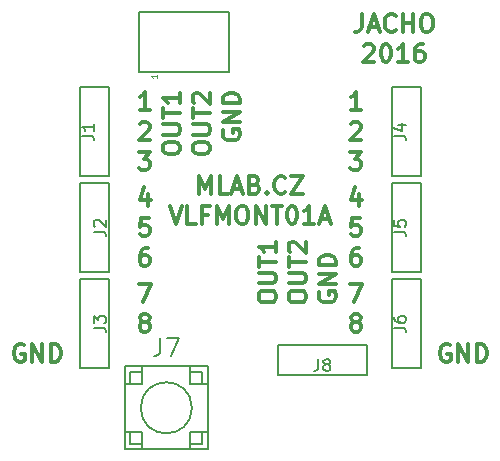
<source format=gbr>
G04 #@! TF.FileFunction,Legend,Top*
%FSLAX46Y46*%
G04 Gerber Fmt 4.6, Leading zero omitted, Abs format (unit mm)*
G04 Created by KiCad (PCBNEW 4.0.3-stable) date 09/22/16 08:09:05*
%MOMM*%
%LPD*%
G01*
G04 APERTURE LIST*
%ADD10C,0.500000*%
%ADD11C,0.300000*%
%ADD12C,0.150000*%
%ADD13C,0.050000*%
G04 APERTURE END LIST*
D10*
D11*
X35020572Y36238571D02*
X35092001Y36310000D01*
X35234858Y36381429D01*
X35592001Y36381429D01*
X35734858Y36310000D01*
X35806287Y36238571D01*
X35877715Y36095714D01*
X35877715Y35952857D01*
X35806287Y35738571D01*
X34949144Y34881429D01*
X35877715Y34881429D01*
X36806286Y36381429D02*
X36949143Y36381429D01*
X37092000Y36310000D01*
X37163429Y36238571D01*
X37234858Y36095714D01*
X37306286Y35810000D01*
X37306286Y35452857D01*
X37234858Y35167143D01*
X37163429Y35024286D01*
X37092000Y34952857D01*
X36949143Y34881429D01*
X36806286Y34881429D01*
X36663429Y34952857D01*
X36592000Y35024286D01*
X36520572Y35167143D01*
X36449143Y35452857D01*
X36449143Y35810000D01*
X36520572Y36095714D01*
X36592000Y36238571D01*
X36663429Y36310000D01*
X36806286Y36381429D01*
X38734857Y34881429D02*
X37877714Y34881429D01*
X38306286Y34881429D02*
X38306286Y36381429D01*
X38163429Y36167143D01*
X38020571Y36024286D01*
X37877714Y35952857D01*
X40020571Y36381429D02*
X39734857Y36381429D01*
X39592000Y36310000D01*
X39520571Y36238571D01*
X39377714Y36024286D01*
X39306285Y35738571D01*
X39306285Y35167143D01*
X39377714Y35024286D01*
X39449142Y34952857D01*
X39592000Y34881429D01*
X39877714Y34881429D01*
X40020571Y34952857D01*
X40092000Y35024286D01*
X40163428Y35167143D01*
X40163428Y35524286D01*
X40092000Y35667143D01*
X40020571Y35738571D01*
X39877714Y35810000D01*
X39592000Y35810000D01*
X39449142Y35738571D01*
X39377714Y35667143D01*
X39306285Y35524286D01*
X34842000Y38921429D02*
X34842000Y37850000D01*
X34770572Y37635714D01*
X34627715Y37492857D01*
X34413429Y37421429D01*
X34270572Y37421429D01*
X35484857Y37850000D02*
X36199143Y37850000D01*
X35342000Y37421429D02*
X35842000Y38921429D01*
X36342000Y37421429D01*
X37699143Y37564286D02*
X37627714Y37492857D01*
X37413428Y37421429D01*
X37270571Y37421429D01*
X37056286Y37492857D01*
X36913428Y37635714D01*
X36842000Y37778571D01*
X36770571Y38064286D01*
X36770571Y38278571D01*
X36842000Y38564286D01*
X36913428Y38707143D01*
X37056286Y38850000D01*
X37270571Y38921429D01*
X37413428Y38921429D01*
X37627714Y38850000D01*
X37699143Y38778571D01*
X38342000Y37421429D02*
X38342000Y38921429D01*
X38342000Y38207143D02*
X39199143Y38207143D01*
X39199143Y37421429D02*
X39199143Y38921429D01*
X40199143Y38921429D02*
X40484857Y38921429D01*
X40627715Y38850000D01*
X40770572Y38707143D01*
X40842000Y38421429D01*
X40842000Y37921429D01*
X40770572Y37635714D01*
X40627715Y37492857D01*
X40484857Y37421429D01*
X40199143Y37421429D01*
X40056286Y37492857D01*
X39913429Y37635714D01*
X39842000Y37921429D01*
X39842000Y38421429D01*
X39913429Y38707143D01*
X40056286Y38850000D01*
X40199143Y38921429D01*
X18578572Y22665429D02*
X19078572Y21165429D01*
X19578572Y22665429D01*
X20792858Y21165429D02*
X20078572Y21165429D01*
X20078572Y22665429D01*
X21792858Y21951143D02*
X21292858Y21951143D01*
X21292858Y21165429D02*
X21292858Y22665429D01*
X22007144Y22665429D01*
X22578572Y21165429D02*
X22578572Y22665429D01*
X23078572Y21594000D01*
X23578572Y22665429D01*
X23578572Y21165429D01*
X24578572Y22665429D02*
X24864286Y22665429D01*
X25007144Y22594000D01*
X25150001Y22451143D01*
X25221429Y22165429D01*
X25221429Y21665429D01*
X25150001Y21379714D01*
X25007144Y21236857D01*
X24864286Y21165429D01*
X24578572Y21165429D01*
X24435715Y21236857D01*
X24292858Y21379714D01*
X24221429Y21665429D01*
X24221429Y22165429D01*
X24292858Y22451143D01*
X24435715Y22594000D01*
X24578572Y22665429D01*
X25864287Y21165429D02*
X25864287Y22665429D01*
X26721430Y21165429D01*
X26721430Y22665429D01*
X27221430Y22665429D02*
X28078573Y22665429D01*
X27650002Y21165429D02*
X27650002Y22665429D01*
X28864287Y22665429D02*
X29007144Y22665429D01*
X29150001Y22594000D01*
X29221430Y22522571D01*
X29292859Y22379714D01*
X29364287Y22094000D01*
X29364287Y21736857D01*
X29292859Y21451143D01*
X29221430Y21308286D01*
X29150001Y21236857D01*
X29007144Y21165429D01*
X28864287Y21165429D01*
X28721430Y21236857D01*
X28650001Y21308286D01*
X28578573Y21451143D01*
X28507144Y21736857D01*
X28507144Y22094000D01*
X28578573Y22379714D01*
X28650001Y22522571D01*
X28721430Y22594000D01*
X28864287Y22665429D01*
X30792858Y21165429D02*
X29935715Y21165429D01*
X30364287Y21165429D02*
X30364287Y22665429D01*
X30221430Y22451143D01*
X30078572Y22308286D01*
X29935715Y22236857D01*
X31364286Y21594000D02*
X32078572Y21594000D01*
X31221429Y21165429D02*
X31721429Y22665429D01*
X32221429Y21165429D01*
X21078572Y23705429D02*
X21078572Y25205429D01*
X21578572Y24134000D01*
X22078572Y25205429D01*
X22078572Y23705429D01*
X23507144Y23705429D02*
X22792858Y23705429D01*
X22792858Y25205429D01*
X23935715Y24134000D02*
X24650001Y24134000D01*
X23792858Y23705429D02*
X24292858Y25205429D01*
X24792858Y23705429D01*
X25792858Y24491143D02*
X26007144Y24419714D01*
X26078572Y24348286D01*
X26150001Y24205429D01*
X26150001Y23991143D01*
X26078572Y23848286D01*
X26007144Y23776857D01*
X25864286Y23705429D01*
X25292858Y23705429D01*
X25292858Y25205429D01*
X25792858Y25205429D01*
X25935715Y25134000D01*
X26007144Y25062571D01*
X26078572Y24919714D01*
X26078572Y24776857D01*
X26007144Y24634000D01*
X25935715Y24562571D01*
X25792858Y24491143D01*
X25292858Y24491143D01*
X26792858Y23848286D02*
X26864286Y23776857D01*
X26792858Y23705429D01*
X26721429Y23776857D01*
X26792858Y23848286D01*
X26792858Y23705429D01*
X28364287Y23848286D02*
X28292858Y23776857D01*
X28078572Y23705429D01*
X27935715Y23705429D01*
X27721430Y23776857D01*
X27578572Y23919714D01*
X27507144Y24062571D01*
X27435715Y24348286D01*
X27435715Y24562571D01*
X27507144Y24848286D01*
X27578572Y24991143D01*
X27721430Y25134000D01*
X27935715Y25205429D01*
X28078572Y25205429D01*
X28292858Y25134000D01*
X28364287Y25062571D01*
X28864287Y25205429D02*
X29864287Y25205429D01*
X28864287Y23705429D01*
X29864287Y23705429D01*
X23126000Y29083428D02*
X23054571Y28940571D01*
X23054571Y28726285D01*
X23126000Y28512000D01*
X23268857Y28369142D01*
X23411714Y28297714D01*
X23697429Y28226285D01*
X23911714Y28226285D01*
X24197429Y28297714D01*
X24340286Y28369142D01*
X24483143Y28512000D01*
X24554571Y28726285D01*
X24554571Y28869142D01*
X24483143Y29083428D01*
X24411714Y29154857D01*
X23911714Y29154857D01*
X23911714Y28869142D01*
X24554571Y29797714D02*
X23054571Y29797714D01*
X24554571Y30654857D01*
X23054571Y30654857D01*
X24554571Y31369143D02*
X23054571Y31369143D01*
X23054571Y31726286D01*
X23126000Y31940571D01*
X23268857Y32083429D01*
X23411714Y32154857D01*
X23697429Y32226286D01*
X23911714Y32226286D01*
X24197429Y32154857D01*
X24340286Y32083429D01*
X24483143Y31940571D01*
X24554571Y31726286D01*
X24554571Y31369143D01*
X20514571Y27440571D02*
X20514571Y27726285D01*
X20586000Y27869143D01*
X20728857Y28012000D01*
X21014571Y28083428D01*
X21514571Y28083428D01*
X21800286Y28012000D01*
X21943143Y27869143D01*
X22014571Y27726285D01*
X22014571Y27440571D01*
X21943143Y27297714D01*
X21800286Y27154857D01*
X21514571Y27083428D01*
X21014571Y27083428D01*
X20728857Y27154857D01*
X20586000Y27297714D01*
X20514571Y27440571D01*
X20514571Y28726286D02*
X21728857Y28726286D01*
X21871714Y28797714D01*
X21943143Y28869143D01*
X22014571Y29012000D01*
X22014571Y29297714D01*
X21943143Y29440572D01*
X21871714Y29512000D01*
X21728857Y29583429D01*
X20514571Y29583429D01*
X20514571Y30083429D02*
X20514571Y30940572D01*
X22014571Y30512001D02*
X20514571Y30512001D01*
X20657429Y31369143D02*
X20586000Y31440572D01*
X20514571Y31583429D01*
X20514571Y31940572D01*
X20586000Y32083429D01*
X20657429Y32154858D01*
X20800286Y32226286D01*
X20943143Y32226286D01*
X21157429Y32154858D01*
X22014571Y31297715D01*
X22014571Y32226286D01*
X17974571Y27440571D02*
X17974571Y27726285D01*
X18046000Y27869143D01*
X18188857Y28012000D01*
X18474571Y28083428D01*
X18974571Y28083428D01*
X19260286Y28012000D01*
X19403143Y27869143D01*
X19474571Y27726285D01*
X19474571Y27440571D01*
X19403143Y27297714D01*
X19260286Y27154857D01*
X18974571Y27083428D01*
X18474571Y27083428D01*
X18188857Y27154857D01*
X18046000Y27297714D01*
X17974571Y27440571D01*
X17974571Y28726286D02*
X19188857Y28726286D01*
X19331714Y28797714D01*
X19403143Y28869143D01*
X19474571Y29012000D01*
X19474571Y29297714D01*
X19403143Y29440572D01*
X19331714Y29512000D01*
X19188857Y29583429D01*
X17974571Y29583429D01*
X17974571Y30083429D02*
X17974571Y30940572D01*
X19474571Y30512001D02*
X17974571Y30512001D01*
X19474571Y32226286D02*
X19474571Y31369143D01*
X19474571Y31797715D02*
X17974571Y31797715D01*
X18188857Y31654858D01*
X18331714Y31512000D01*
X18403143Y31369143D01*
X31254000Y15366857D02*
X31182571Y15224000D01*
X31182571Y15009714D01*
X31254000Y14795429D01*
X31396857Y14652571D01*
X31539714Y14581143D01*
X31825429Y14509714D01*
X32039714Y14509714D01*
X32325429Y14581143D01*
X32468286Y14652571D01*
X32611143Y14795429D01*
X32682571Y15009714D01*
X32682571Y15152571D01*
X32611143Y15366857D01*
X32539714Y15438286D01*
X32039714Y15438286D01*
X32039714Y15152571D01*
X32682571Y16081143D02*
X31182571Y16081143D01*
X32682571Y16938286D01*
X31182571Y16938286D01*
X32682571Y17652572D02*
X31182571Y17652572D01*
X31182571Y18009715D01*
X31254000Y18224000D01*
X31396857Y18366858D01*
X31539714Y18438286D01*
X31825429Y18509715D01*
X32039714Y18509715D01*
X32325429Y18438286D01*
X32468286Y18366858D01*
X32611143Y18224000D01*
X32682571Y18009715D01*
X32682571Y17652572D01*
X28642571Y14866857D02*
X28642571Y15152571D01*
X28714000Y15295429D01*
X28856857Y15438286D01*
X29142571Y15509714D01*
X29642571Y15509714D01*
X29928286Y15438286D01*
X30071143Y15295429D01*
X30142571Y15152571D01*
X30142571Y14866857D01*
X30071143Y14724000D01*
X29928286Y14581143D01*
X29642571Y14509714D01*
X29142571Y14509714D01*
X28856857Y14581143D01*
X28714000Y14724000D01*
X28642571Y14866857D01*
X28642571Y16152572D02*
X29856857Y16152572D01*
X29999714Y16224000D01*
X30071143Y16295429D01*
X30142571Y16438286D01*
X30142571Y16724000D01*
X30071143Y16866858D01*
X29999714Y16938286D01*
X29856857Y17009715D01*
X28642571Y17009715D01*
X28642571Y17509715D02*
X28642571Y18366858D01*
X30142571Y17938287D02*
X28642571Y17938287D01*
X28785429Y18795429D02*
X28714000Y18866858D01*
X28642571Y19009715D01*
X28642571Y19366858D01*
X28714000Y19509715D01*
X28785429Y19581144D01*
X28928286Y19652572D01*
X29071143Y19652572D01*
X29285429Y19581144D01*
X30142571Y18724001D01*
X30142571Y19652572D01*
X26102571Y14866857D02*
X26102571Y15152571D01*
X26174000Y15295429D01*
X26316857Y15438286D01*
X26602571Y15509714D01*
X27102571Y15509714D01*
X27388286Y15438286D01*
X27531143Y15295429D01*
X27602571Y15152571D01*
X27602571Y14866857D01*
X27531143Y14724000D01*
X27388286Y14581143D01*
X27102571Y14509714D01*
X26602571Y14509714D01*
X26316857Y14581143D01*
X26174000Y14724000D01*
X26102571Y14866857D01*
X26102571Y16152572D02*
X27316857Y16152572D01*
X27459714Y16224000D01*
X27531143Y16295429D01*
X27602571Y16438286D01*
X27602571Y16724000D01*
X27531143Y16866858D01*
X27459714Y16938286D01*
X27316857Y17009715D01*
X26102571Y17009715D01*
X26102571Y17509715D02*
X26102571Y18366858D01*
X27602571Y17938287D02*
X26102571Y17938287D01*
X27602571Y19652572D02*
X27602571Y18795429D01*
X27602571Y19224001D02*
X26102571Y19224001D01*
X26316857Y19081144D01*
X26459714Y18938286D01*
X26531143Y18795429D01*
X42290857Y10910000D02*
X42148000Y10981429D01*
X41933714Y10981429D01*
X41719429Y10910000D01*
X41576571Y10767143D01*
X41505143Y10624286D01*
X41433714Y10338571D01*
X41433714Y10124286D01*
X41505143Y9838571D01*
X41576571Y9695714D01*
X41719429Y9552857D01*
X41933714Y9481429D01*
X42076571Y9481429D01*
X42290857Y9552857D01*
X42362286Y9624286D01*
X42362286Y10124286D01*
X42076571Y10124286D01*
X43005143Y9481429D02*
X43005143Y10981429D01*
X43862286Y9481429D01*
X43862286Y10981429D01*
X44576572Y9481429D02*
X44576572Y10981429D01*
X44933715Y10981429D01*
X45148000Y10910000D01*
X45290858Y10767143D01*
X45362286Y10624286D01*
X45433715Y10338571D01*
X45433715Y10124286D01*
X45362286Y9838571D01*
X45290858Y9695714D01*
X45148000Y9552857D01*
X44933715Y9481429D01*
X44576572Y9481429D01*
X6223428Y10910000D02*
X6080571Y10981429D01*
X5866285Y10981429D01*
X5652000Y10910000D01*
X5509142Y10767143D01*
X5437714Y10624286D01*
X5366285Y10338571D01*
X5366285Y10124286D01*
X5437714Y9838571D01*
X5509142Y9695714D01*
X5652000Y9552857D01*
X5866285Y9481429D01*
X6009142Y9481429D01*
X6223428Y9552857D01*
X6294857Y9624286D01*
X6294857Y10124286D01*
X6009142Y10124286D01*
X6937714Y9481429D02*
X6937714Y10981429D01*
X7794857Y9481429D01*
X7794857Y10981429D01*
X8509143Y9481429D02*
X8509143Y10981429D01*
X8866286Y10981429D01*
X9080571Y10910000D01*
X9223429Y10767143D01*
X9294857Y10624286D01*
X9366286Y10338571D01*
X9366286Y10124286D01*
X9294857Y9838571D01*
X9223429Y9695714D01*
X9080571Y9552857D01*
X8866286Y9481429D01*
X8509143Y9481429D01*
X34194858Y12878571D02*
X34052000Y12950000D01*
X33980572Y13021429D01*
X33909143Y13164286D01*
X33909143Y13235714D01*
X33980572Y13378571D01*
X34052000Y13450000D01*
X34194858Y13521429D01*
X34480572Y13521429D01*
X34623429Y13450000D01*
X34694858Y13378571D01*
X34766286Y13235714D01*
X34766286Y13164286D01*
X34694858Y13021429D01*
X34623429Y12950000D01*
X34480572Y12878571D01*
X34194858Y12878571D01*
X34052000Y12807143D01*
X33980572Y12735714D01*
X33909143Y12592857D01*
X33909143Y12307143D01*
X33980572Y12164286D01*
X34052000Y12092857D01*
X34194858Y12021429D01*
X34480572Y12021429D01*
X34623429Y12092857D01*
X34694858Y12164286D01*
X34766286Y12307143D01*
X34766286Y12592857D01*
X34694858Y12735714D01*
X34623429Y12807143D01*
X34480572Y12878571D01*
X33837715Y16061429D02*
X34837715Y16061429D01*
X34194858Y14561429D01*
X34623429Y19109429D02*
X34337715Y19109429D01*
X34194858Y19038000D01*
X34123429Y18966571D01*
X33980572Y18752286D01*
X33909143Y18466571D01*
X33909143Y17895143D01*
X33980572Y17752286D01*
X34052000Y17680857D01*
X34194858Y17609429D01*
X34480572Y17609429D01*
X34623429Y17680857D01*
X34694858Y17752286D01*
X34766286Y17895143D01*
X34766286Y18252286D01*
X34694858Y18395143D01*
X34623429Y18466571D01*
X34480572Y18538000D01*
X34194858Y18538000D01*
X34052000Y18466571D01*
X33980572Y18395143D01*
X33909143Y18252286D01*
X34694858Y21649429D02*
X33980572Y21649429D01*
X33909143Y20935143D01*
X33980572Y21006571D01*
X34123429Y21078000D01*
X34480572Y21078000D01*
X34623429Y21006571D01*
X34694858Y20935143D01*
X34766286Y20792286D01*
X34766286Y20435143D01*
X34694858Y20292286D01*
X34623429Y20220857D01*
X34480572Y20149429D01*
X34123429Y20149429D01*
X33980572Y20220857D01*
X33909143Y20292286D01*
X34623429Y23689429D02*
X34623429Y22689429D01*
X34266286Y24260857D02*
X33909143Y23189429D01*
X34837715Y23189429D01*
X33837715Y27237429D02*
X34766286Y27237429D01*
X34266286Y26666000D01*
X34480572Y26666000D01*
X34623429Y26594571D01*
X34694858Y26523143D01*
X34766286Y26380286D01*
X34766286Y26023143D01*
X34694858Y25880286D01*
X34623429Y25808857D01*
X34480572Y25737429D01*
X34052000Y25737429D01*
X33909143Y25808857D01*
X33837715Y25880286D01*
X33909143Y29634571D02*
X33980572Y29706000D01*
X34123429Y29777429D01*
X34480572Y29777429D01*
X34623429Y29706000D01*
X34694858Y29634571D01*
X34766286Y29491714D01*
X34766286Y29348857D01*
X34694858Y29134571D01*
X33837715Y28277429D01*
X34766286Y28277429D01*
X34766286Y30817429D02*
X33909143Y30817429D01*
X34337715Y30817429D02*
X34337715Y32317429D01*
X34194858Y32103143D01*
X34052000Y31960286D01*
X33909143Y31888857D01*
X16319429Y12878571D02*
X16176571Y12950000D01*
X16105143Y13021429D01*
X16033714Y13164286D01*
X16033714Y13235714D01*
X16105143Y13378571D01*
X16176571Y13450000D01*
X16319429Y13521429D01*
X16605143Y13521429D01*
X16748000Y13450000D01*
X16819429Y13378571D01*
X16890857Y13235714D01*
X16890857Y13164286D01*
X16819429Y13021429D01*
X16748000Y12950000D01*
X16605143Y12878571D01*
X16319429Y12878571D01*
X16176571Y12807143D01*
X16105143Y12735714D01*
X16033714Y12592857D01*
X16033714Y12307143D01*
X16105143Y12164286D01*
X16176571Y12092857D01*
X16319429Y12021429D01*
X16605143Y12021429D01*
X16748000Y12092857D01*
X16819429Y12164286D01*
X16890857Y12307143D01*
X16890857Y12592857D01*
X16819429Y12735714D01*
X16748000Y12807143D01*
X16605143Y12878571D01*
X15962286Y16061429D02*
X16962286Y16061429D01*
X16319429Y14561429D01*
X16748000Y19109429D02*
X16462286Y19109429D01*
X16319429Y19038000D01*
X16248000Y18966571D01*
X16105143Y18752286D01*
X16033714Y18466571D01*
X16033714Y17895143D01*
X16105143Y17752286D01*
X16176571Y17680857D01*
X16319429Y17609429D01*
X16605143Y17609429D01*
X16748000Y17680857D01*
X16819429Y17752286D01*
X16890857Y17895143D01*
X16890857Y18252286D01*
X16819429Y18395143D01*
X16748000Y18466571D01*
X16605143Y18538000D01*
X16319429Y18538000D01*
X16176571Y18466571D01*
X16105143Y18395143D01*
X16033714Y18252286D01*
X16819429Y21649429D02*
X16105143Y21649429D01*
X16033714Y20935143D01*
X16105143Y21006571D01*
X16248000Y21078000D01*
X16605143Y21078000D01*
X16748000Y21006571D01*
X16819429Y20935143D01*
X16890857Y20792286D01*
X16890857Y20435143D01*
X16819429Y20292286D01*
X16748000Y20220857D01*
X16605143Y20149429D01*
X16248000Y20149429D01*
X16105143Y20220857D01*
X16033714Y20292286D01*
X16748000Y23689429D02*
X16748000Y22689429D01*
X16390857Y24260857D02*
X16033714Y23189429D01*
X16962286Y23189429D01*
X15962286Y27237429D02*
X16890857Y27237429D01*
X16390857Y26666000D01*
X16605143Y26666000D01*
X16748000Y26594571D01*
X16819429Y26523143D01*
X16890857Y26380286D01*
X16890857Y26023143D01*
X16819429Y25880286D01*
X16748000Y25808857D01*
X16605143Y25737429D01*
X16176571Y25737429D01*
X16033714Y25808857D01*
X15962286Y25880286D01*
X16033714Y29634571D02*
X16105143Y29706000D01*
X16248000Y29777429D01*
X16605143Y29777429D01*
X16748000Y29706000D01*
X16819429Y29634571D01*
X16890857Y29491714D01*
X16890857Y29348857D01*
X16819429Y29134571D01*
X15962286Y28277429D01*
X16890857Y28277429D01*
X16890857Y30817429D02*
X16033714Y30817429D01*
X16462286Y30817429D02*
X16462286Y32317429D01*
X16319429Y32103143D01*
X16176571Y31960286D01*
X16033714Y31888857D01*
D12*
X10942000Y17078000D02*
X10942000Y24578000D01*
X10942000Y24578000D02*
X13442000Y24578000D01*
X13442000Y24578000D02*
X13442000Y17078000D01*
X13442000Y17078000D02*
X10942000Y17078000D01*
X13442000Y32706000D02*
X13442000Y25206000D01*
X13442000Y25206000D02*
X10942000Y25206000D01*
X10942000Y25206000D02*
X10942000Y32706000D01*
X10942000Y32706000D02*
X13442000Y32706000D01*
X10942000Y8950000D02*
X10942000Y16450000D01*
X10942000Y16450000D02*
X13442000Y16450000D01*
X13442000Y16450000D02*
X13442000Y8950000D01*
X13442000Y8950000D02*
X10942000Y8950000D01*
X39858000Y32706000D02*
X39858000Y25206000D01*
X39858000Y25206000D02*
X37358000Y25206000D01*
X37358000Y25206000D02*
X37358000Y32706000D01*
X37358000Y32706000D02*
X39858000Y32706000D01*
X39858000Y24578000D02*
X39858000Y17078000D01*
X39858000Y17078000D02*
X37358000Y17078000D01*
X37358000Y17078000D02*
X37358000Y24578000D01*
X37358000Y24578000D02*
X39858000Y24578000D01*
X39858000Y16450000D02*
X39858000Y8950000D01*
X39858000Y8950000D02*
X37358000Y8950000D01*
X37358000Y8950000D02*
X37358000Y16450000D01*
X37358000Y16450000D02*
X39858000Y16450000D01*
X20450799Y5588000D02*
G75*
G03X20450799Y5588000I-2162799J0D01*
G01*
X20318000Y2538000D02*
X21338000Y2538000D01*
X21338000Y2538000D02*
X21338000Y3558000D01*
X16258000Y2538000D02*
X15238000Y2538000D01*
X15238000Y2538000D02*
X15238000Y3558000D01*
X16258000Y8638000D02*
X15238000Y8638000D01*
X15238000Y8638000D02*
X15238000Y7618000D01*
X21338000Y8638000D02*
X21338000Y7618000D01*
X21338000Y8638000D02*
X20318000Y8638000D01*
X20318000Y2088000D02*
X20318000Y3558000D01*
X20318000Y3558000D02*
X21788000Y3558000D01*
X16258000Y3558000D02*
X16258000Y2088000D01*
X14788000Y3558000D02*
X16258000Y3558000D01*
X20318000Y9088000D02*
X20318000Y7618000D01*
X20318000Y7618000D02*
X21788000Y7618000D01*
X16258000Y9088000D02*
X16258000Y7618000D01*
X16258000Y7618000D02*
X14788000Y7618000D01*
X14788000Y2088000D02*
X21788000Y2088000D01*
X21788000Y2088000D02*
X21788000Y9088000D01*
X21788000Y9088000D02*
X14788000Y9088000D01*
X14788000Y9088000D02*
X14788000Y2088000D01*
X27746000Y10902000D02*
X35246000Y10902000D01*
X35246000Y10902000D02*
X35246000Y8402000D01*
X35246000Y8402000D02*
X27746000Y8402000D01*
X27746000Y8402000D02*
X27746000Y10902000D01*
X16002000Y34036000D02*
X16002000Y39116000D01*
X16002000Y39116000D02*
X23622000Y39116000D01*
X23622000Y39116000D02*
X23622000Y34036000D01*
X23622000Y34036000D02*
X16002000Y34036000D01*
X12144381Y20494667D02*
X12858667Y20494667D01*
X13001524Y20447047D01*
X13096762Y20351809D01*
X13144381Y20208952D01*
X13144381Y20113714D01*
X12239619Y20923238D02*
X12192000Y20970857D01*
X12144381Y21066095D01*
X12144381Y21304191D01*
X12192000Y21399429D01*
X12239619Y21447048D01*
X12334857Y21494667D01*
X12430095Y21494667D01*
X12572952Y21447048D01*
X13144381Y20875619D01*
X13144381Y21494667D01*
X11144381Y28622667D02*
X11858667Y28622667D01*
X12001524Y28575047D01*
X12096762Y28479809D01*
X12144381Y28336952D01*
X12144381Y28241714D01*
X12144381Y29622667D02*
X12144381Y29051238D01*
X12144381Y29336952D02*
X11144381Y29336952D01*
X11287238Y29241714D01*
X11382476Y29146476D01*
X11430095Y29051238D01*
X12144381Y12366667D02*
X12858667Y12366667D01*
X13001524Y12319047D01*
X13096762Y12223809D01*
X13144381Y12080952D01*
X13144381Y11985714D01*
X12144381Y12747619D02*
X12144381Y13366667D01*
X12525333Y13033333D01*
X12525333Y13176191D01*
X12572952Y13271429D01*
X12620571Y13319048D01*
X12715810Y13366667D01*
X12953905Y13366667D01*
X13049143Y13319048D01*
X13096762Y13271429D01*
X13144381Y13176191D01*
X13144381Y12890476D01*
X13096762Y12795238D01*
X13049143Y12747619D01*
X37560381Y28622667D02*
X38274667Y28622667D01*
X38417524Y28575047D01*
X38512762Y28479809D01*
X38560381Y28336952D01*
X38560381Y28241714D01*
X37893714Y29527429D02*
X38560381Y29527429D01*
X37512762Y29289333D02*
X38227048Y29051238D01*
X38227048Y29670286D01*
X37560381Y20494667D02*
X38274667Y20494667D01*
X38417524Y20447047D01*
X38512762Y20351809D01*
X38560381Y20208952D01*
X38560381Y20113714D01*
X37560381Y21447048D02*
X37560381Y20970857D01*
X38036571Y20923238D01*
X37988952Y20970857D01*
X37941333Y21066095D01*
X37941333Y21304191D01*
X37988952Y21399429D01*
X38036571Y21447048D01*
X38131810Y21494667D01*
X38369905Y21494667D01*
X38465143Y21447048D01*
X38512762Y21399429D01*
X38560381Y21304191D01*
X38560381Y21066095D01*
X38512762Y20970857D01*
X38465143Y20923238D01*
X37560381Y12366667D02*
X38274667Y12366667D01*
X38417524Y12319047D01*
X38512762Y12223809D01*
X38560381Y12080952D01*
X38560381Y11985714D01*
X37560381Y13271429D02*
X37560381Y13080952D01*
X37608000Y12985714D01*
X37655619Y12938095D01*
X37798476Y12842857D01*
X37988952Y12795238D01*
X38369905Y12795238D01*
X38465143Y12842857D01*
X38512762Y12890476D01*
X38560381Y12985714D01*
X38560381Y13176191D01*
X38512762Y13271429D01*
X38465143Y13319048D01*
X38369905Y13366667D01*
X38131810Y13366667D01*
X38036571Y13319048D01*
X37988952Y13271429D01*
X37941333Y13176191D01*
X37941333Y12985714D01*
X37988952Y12890476D01*
X38036571Y12842857D01*
X38131810Y12795238D01*
X17788000Y11509429D02*
X17788000Y10438000D01*
X17716572Y10223714D01*
X17573715Y10080857D01*
X17359429Y10009429D01*
X17216572Y10009429D01*
X18359429Y11509429D02*
X19359429Y11509429D01*
X18716572Y10009429D01*
X31162667Y9699619D02*
X31162667Y8985333D01*
X31115047Y8842476D01*
X31019809Y8747238D01*
X30876952Y8699619D01*
X30781714Y8699619D01*
X31781714Y9271048D02*
X31686476Y9318667D01*
X31638857Y9366286D01*
X31591238Y9461524D01*
X31591238Y9509143D01*
X31638857Y9604381D01*
X31686476Y9652000D01*
X31781714Y9699619D01*
X31972191Y9699619D01*
X32067429Y9652000D01*
X32115048Y9604381D01*
X32162667Y9509143D01*
X32162667Y9461524D01*
X32115048Y9366286D01*
X32067429Y9318667D01*
X31972191Y9271048D01*
X31781714Y9271048D01*
X31686476Y9223429D01*
X31638857Y9175810D01*
X31591238Y9080571D01*
X31591238Y8890095D01*
X31638857Y8794857D01*
X31686476Y8747238D01*
X31781714Y8699619D01*
X31972191Y8699619D01*
X32067429Y8747238D01*
X32115048Y8794857D01*
X32162667Y8890095D01*
X32162667Y9080571D01*
X32115048Y9175810D01*
X32067429Y9223429D01*
X31972191Y9271048D01*
D13*
X17498190Y33797857D02*
X17498190Y33512143D01*
X17498190Y33655000D02*
X16998190Y33655000D01*
X17069619Y33607381D01*
X17117238Y33559762D01*
X17141048Y33512143D01*
M02*

</source>
